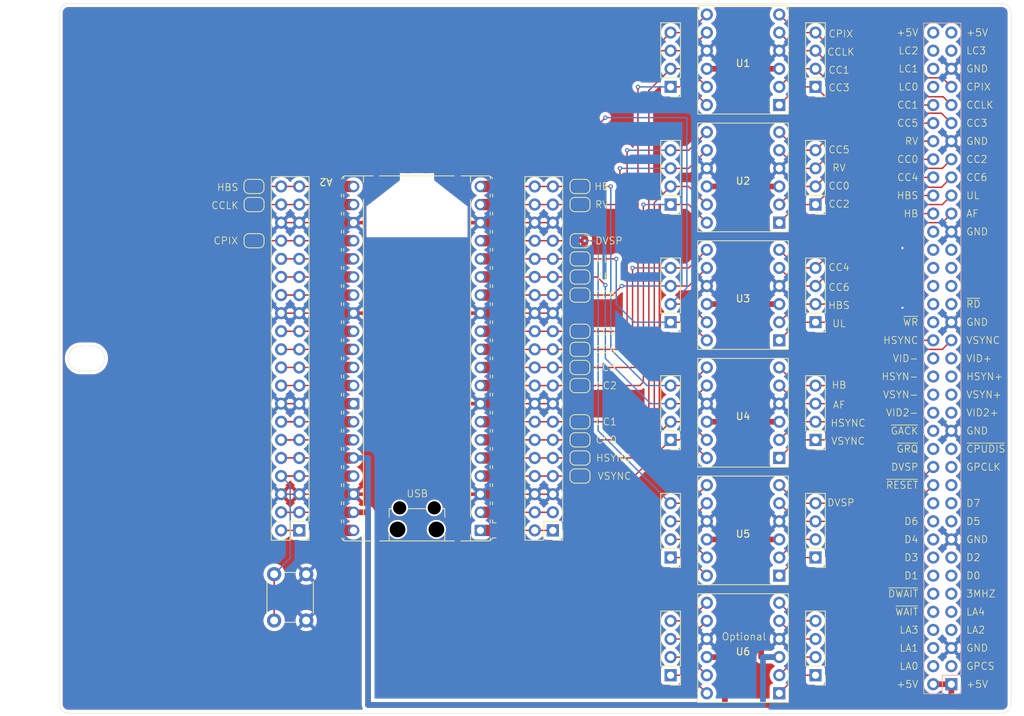
<source format=kicad_pcb>
(kicad_pcb (version 20241229) (generator "pcbnew") (generator_version "9.0")
  (layers (0 "F.Cu" signal) (2 "B.Cu" signal) (13 "F.Paste" user) (15 "B.Paste" user) (5 "F.SilkS" user "F.Silkscreen") (7 "B.SilkS" user "B.Silkscreen") (1 "F.Mask" user) (3 "B.Mask" user) (25 "Edge.Cuts" user))
  (net 0 "")
  (net 1 "GPIO18")
  (net 3 "GPIO14")
  (net 4 "GPIO17")
  (net 5 "GND")
  (net 6 "GPIO21")
  (net 7 "GPIO22")
  (net 8 "+5V")
  (net 9 "GPIO20")
  (net 10 "GPIO1")
  (net 11 "GPIO19")
  (net 12 "GPIO0")
  (net 13 "GPIO26")
  (net 14 "GPIO13")
  (net 15 "GPIO3")
  (net 16 "P_RESET")
  (net 17 "+3V3")
  (net 18 "GPIO16")
  (net 19 "GPIO15")
  (net 20 "GPIO27")
  (net 21 "GPIO28")
  (net 23 "GPIO2")
  (net 24 "unconnected-(J1-Pin_1-Pad1)")
  (net 25 "D6")
  (net 26 "GPCS")
  (net 27 "UL")
  (net 28 "LC0")
  (net 29 "~{GRQ}")
  (net 31 "D0")
  (net 32 "D5")
  (net 33 "DIF_VIDEO_2-")
  (net 34 "GPCLK")
  (net 35 "HSYNC")
  (net 38 "LA2")
  (net 40 "CC2")
  (net 41 "~{CPUDIS}")
  (net 42 "D1")
  (net 44 "~{WR}")
  (net 45 "HBS")
  (net 46 "LA3")
  (net 47 "LA0")
  (net 48 "CPIX")
  (net 49 "DIF_VIDEO-")
  (net 50 "LA1")
  (net 51 "DIF_HSYNC-")
  (net 52 "~{WAIT}")
  (net 53 "LA4")
  (net 56 "CC0")
  (net 57 "DIF_VIDEO_2+")
  (net 59 "~{RESET}")
  (net 60 "LC3")
  (net 61 "LC1")
  (net 62 "DIF_VSYNC-")
  (net 63 "D3")
  (net 64 "CCLK")
  (net 65 "~{DWAIT}")
  (net 66 "AF")
  (net 67 "CC1")
  (net 68 "D7")
  (net 69 "3MHZ")
  (net 70 "RV")
  (net 72 "DIF_HSYNC+")
  (net 74 "D4")
  (net 75 "~{GACK}")
  (net 76 "CC6")
  (net 77 "DIF_VIDEO+")
  (net 78 "LC2")
  (net 79 "~{RD}")
  (net 80 "HB")
  (net 81 "CC4")
  (net 82 "CC5")
  (net 83 "CC3")
  (net 84 "VSYNC")
  (net 85 "DIF_VSYNC+")
  (net 86 "D2")
  (net 87 "CC1_LV")
  (net 88 "CC0_LV")
  (net 89 "CC3_LV")
  (net 90 "CC2_LV")
  (net 91 "DVSP")
  (net 92 "CC5_LV")
  (net 93 "CC6_LV")
  (net 94 "CC4_LV")
  (net 95 "AF_LV")
  (net 96 "UL_LV")
  (net 97 "CCLK_LV")
  (net 98 "HBS_LV")
  (net 99 "RV_LV")
  (net 100 "CPIX_LV")
  (net 102 "unconnected-(J8-Pin_2-Pad2)")
  (net 103 "unconnected-(J9-Pin_3-Pad3)")
  (net 104 "unconnected-(J9-Pin_2-Pad2)")
  (net 105 "unconnected-(J9-Pin_1-Pad1)")
  (net 106 "unconnected-(J9-Pin_4-Pad4)")
  (net 107 "unconnected-(J11-Pin_1-Pad1)")
  (net 108 "unconnected-(J11-Pin_2-Pad2)")
  (net 109 "unconnected-(J11-Pin_4-Pad4)")
  (net 110 "unconnected-(J11-Pin_3-Pad3)")
  (net 111 "unconnected-(J13-Pin_2-Pad2)")
  (net 112 "~{RESET_LV}")
  (net 113 "VREF")
  (net 114 "RUN")
  (net 115 "unconnected-(J8-Pin_1-Pad1)")
  (net 116 "unconnected-(J13-Pin_1-Pad1)")
  (net 117 "HB_LV")
  (net 118 "DVSP_LV")
  (net 119 "GPIO7")
  (net 120 "GPIO4")
  (net 121 "GPIO11")
  (net 122 "GPIO10")
  (net 123 "GPIO8")
  (net 124 "GPIO12")
  (net 125 "GPIO9")
  (net 126 "GPIO6")
  (net 127 "GPIO5")
  (net 128 "HSYNC_LV")
  (net 129 "VSYNC_LV")
  (footprint "Jumper:SolderJumper-2_P1.3mm_Bridged_RoundedPad1.0x1.5mm" (layer "F.Cu") (at 135.905 80.01 180)
    (property "Reference" "JP15" (hide yes))
    (property "Value" "Jumper_2_Small_Bridged")
  )
  (footprint "Connector_PinHeader_2.54mm:PinHeader_1x04_P2.54mm_Vertical" (layer "F.Cu") (at 194.31 129.54 180)
    (property "Reference" "J8" (hide yes))
    (property "Value" "Conn_01x04_Pin")
  )
  (footprint "Module:RaspberryPi_Pico_Common_Unspecified" (layer "F.Cu") (at 158.75 101.6 180)
    (property "Reference" "A2")
    (property "Value" "RaspberryPi_Pico")
  )
  (footprint "Connector_PinHeader_2.54mm:PinHeader_1x04_P2.54mm_Vertical" (layer "F.Cu") (at 214.63 129.54 180)
    (property "Reference" "J13" (hide yes))
    (property "Value" "Conn_01x04_Pin")
  )
  (footprint "Jumper:SolderJumper-2_P1.3mm_Bridged_RoundedPad1.0x1.5mm" (layer "F.Cu") (at 181.61 92.71 180)
    (property "Reference" "JP9" (hide yes))
    (property "Value" "Jumper_2_Small_Bridged")
  )
  (footprint "Jumper:SolderJumper-2_P1.3mm_Bridged_RoundedPad1.0x1.5mm" (layer "F.Cu") (at 181.61 115.57 180)
    (property "Reference" "JP2" (hide yes))
    (property "Value" "Jumper_2_Small_Bridged")
  )
  (footprint "Jumper:SolderJumper-2_P1.3mm_Bridged_RoundedPad1.0x1.5mm" (layer "F.Cu") (at 181.61 113.03 180)
    (property "Reference" "JP3" (hide yes))
    (property "Value" "Jumper_2_Small_Bridged")
  )
  (footprint "Jumper:SolderJumper-2_P1.3mm_Bridged_RoundedPad1.0x1.5mm" (layer "F.Cu") (at 181.61 100.33 180)
    (property "Reference" "JP7" (hide yes))
    (property "Value" "Jumper_2_Small_Bridged")
  )
  (footprint "Connector_PinHeader_2.54mm:PinHeader_1x04_P2.54mm_Vertical" (layer "F.Cu") (at 214.63 80.01 180)
    (property "Reference" "J12" (hide yes))
    (property "Value" "Conn_01x04_Pin")
  )
  (footprint "Connector_PinHeader_2.54mm:PinHeader_1x04_P2.54mm_Vertical" (layer "F.Cu") (at 214.63 113.03 180)
    (property "Reference" "J15" (hide yes))
    (property "Value" "Conn_01x04_Pin")
  )
  (footprint "Connector_PinHeader_2.54mm:PinHeader_1x04_P2.54mm_Vertical" (layer "F.Cu") (at 194.31 146.05 180)
    (property "Reference" "J9" (hide yes))
    (property "Value" "Conn_01x04_Pin")
  )
  (footprint "Jumper:SolderJumper-2_P1.3mm_Bridged_RoundedPad1.0x1.5mm" (layer "F.Cu") (at 135.905 85.09 180)
    (property "Reference" "JP17" (hide yes))
    (property "Value" "Jumper_2_Small_Bridged")
  )
  (footprint "local:level_shifter" (layer "F.Cu") (at 204.47 76.2 180)
    (property "Reference" "U2")
    (property "Value" "~")
  )
  (footprint "Jumper:SolderJumper-2_P1.3mm_Bridged_RoundedPad1.0x1.5mm" (layer "F.Cu") (at 181.61 105.41 180)
    (property "Reference" "JP5" (hide yes))
    (property "Value" "Jumper_2_Small_Bridged")
  )
  (footprint "Connector_PinHeader_2.54mm:PinHeader_1x04_P2.54mm_Vertical" (layer "F.Cu") (at 194.31 63.5 180)
    (property "Reference" "J2" (hide yes))
    (property "Value" "Conn_01x04_Pin")
  )
  (footprint "Jumper:SolderJumper-2_P1.3mm_Bridged_RoundedPad1.0x1.5mm" (layer "F.Cu") (at 135.89 77.47 180)
    (property "Reference" "JP16" (hide yes))
    (property "Value" "Jumper_2_Small_Bridged")
  )
  (footprint "Connector_PinHeader_2.54mm:PinHeader_1x04_P2.54mm_Vertical" (layer "F.Cu") (at 214.63 96.52 180)
    (property "Reference" "J14" (hide yes))
    (property "Value" "Conn_01x04_Pin")
  )
  (footprint "Jumper:SolderJumper-2_P1.3mm_Bridged_RoundedPad1.0x1.5mm" (layer "F.Cu") (at 181.61 97.79 180)
    (property "Reference" "JP8" (hide yes))
    (property "Value" "Jumper_2_Small_Bridged")
  )
  (footprint "Button_Switch_THT:SW_PUSH_6mm" (layer "F.Cu") (at 138.72 138.378 90)
    (property "Reference" "SW1" (hide yes))
    (property "Value" "Reset")
  )
  (footprint "Connector_PinHeader_2.54mm:PinHeader_1x04_P2.54mm_Vertical" (layer "F.Cu") (at 194.31 96.52 180)
    (property "Reference" "J6" (hide yes))
    (property "Value" "Conn_01x04_Pin")
  )
  (footprint "MountingHole:MountingHole_3.5mm" (layer "F.Cu") (at 112.41 101.6)
    (property "Reference" "H1" (hide yes))
    (property "Value" "MountingHole")
  )
  (footprint "Connector_PinHeader_2.54mm:PinHeader_1x04_P2.54mm_Vertical" (layer "F.Cu") (at 214.63 146.05 180)
    (property "Reference" "J11" (hide yes))
    (property "Value" "Conn_01x04_Pin")
  )
  (footprint "Jumper:SolderJumper-2_P1.3mm_Bridged_RoundedPad1.0x1.5mm" (layer "F.Cu") (at 181.61 118.11 180)
    (property "Reference" "JP1" (hide yes))
    (property "Value" "Jumper_2_Small_Bridged")
  )
  (footprint "Jumper:SolderJumper-2_P1.3mm_Bridged_RoundedPad1.0x1.5mm" (layer "F.Cu") (at 181.61 80.01 180)
    (property "Reference" "JP13" (hide yes))
    (property "Value" "Jumper_2_Small_Bridged")
  )
  (footprint "Jumper:SolderJumper-2_P1.3mm_Bridged_RoundedPad1.0x1.5mm" (layer "F.Cu") (at 181.625 87.63 180)
    (property "Reference" "JP11" (hide yes))
    (property "Value" "Jumper_2_Small_Bridged")
  )
  (footprint "Connector_PinHeader_2.54mm:PinHeader_1x04_P2.54mm_Vertical" (layer "F.Cu") (at 194.31 113.03 180)
    (property "Reference" "J7" (hide yes))
    (property "Value" "Conn_01x04_Pin")
  )
  (footprint "Connector_PinHeader_2.54mm:PinHeader_2x20_P2.54mm_Vertical" (layer "F.Cu") (at 177.8 125.73 180)
    (property "Reference" "J5" (hide yes))
    (property "Value" "Conn_02x20_Odd_Even")
  )
  (footprint "Jumper:SolderJumper-2_P1.3mm_Bridged_RoundedPad1.0x1.5mm" (layer "F.Cu") (at 181.61 110.49 180)
    (property "Reference" "JP4" (hide yes))
    (property "Value" "Jumper_2_Small_Bridged")
  )
  (footprint "Jumper:SolderJumper-2_P1.3mm_Bridged_RoundedPad1.0x1.5mm" (layer "F.Cu") (at 181.595 102.87 180)
    (property "Reference" "JP6" (hide yes))
    (property "Value" "Jumper_2_Small_Bridged")
  )
  (footprint "Jumper:SolderJumper-2_P1.3mm_Bridged_RoundedPad1.0x1.5mm" (layer "F.Cu") (at 181.61 77.47 180)
    (property "Reference" "JP14" (hide yes))
    (property "Value" "Jumper_2_Small_Bridged")
  )
  (footprint "local:level_shifter" (layer "F.Cu") (at 204.47 125.73 180)
    (property "Reference" "U5")
    (property "Value" "~")
  )
  (footprint "Jumper:SolderJumper-2_P1.3mm_Bridged_RoundedPad1.0x1.5mm" (layer "F.Cu") (at 181.625 85.09 180)
    (property "Reference" "JP12" (hide yes))
    (property "Value" "Jumper_2_Small_Bridged")
  )
  (footprint "Jumper:SolderJumper-2_P1.3mm_Bridged_RoundedPad1.0x1.5mm" (layer "F.Cu") (at 181.625 90.17 180)
    (property "Reference" "JP10" (hide yes))
    (property "Value" "Jumper_2_Small_Bridged")
  )
  (footprint "local:level_shifter" (layer "F.Cu") (at 204.47 92.71 180)
    (property "Reference" "U3")
    (property "Value" "~")
  )
  (footprint "Connector_PinHeader_2.54mm:PinHeader_2x20_P2.54mm_Vertical" (layer "F.Cu") (at 142.24 125.73 180)
    (property "Reference" "J1" (hide yes))
    (property "Value" "Conn_02x20_Odd_Even")
  )
  (footprint "local:level_shifter" (layer "F.Cu") (at 204.47 142.24 180)
    (property "Reference" "U6")
    (property "Value" "~")
  )
  (footprint "local:level_shifter" (layer "F.Cu") (at 204.47 109.22 180)
    (property "Reference" "U4")
    (property "Value" "~")
  )
  (footprint "Connector_PinHeader_2.54mm:PinHeader_1x04_P2.54mm_Vertical" (layer "F.Cu") (at 194.31 80.01 180)
    (property "Reference" "J4" (hide yes))
    (property "Value" "Conn_01x04_Pin")
  )
  (footprint "Connector_PinHeader_2.54mm:PinHeader_1x04_P2.54mm_Vertical" (layer "F.Cu") (at 214.63 63.5 180)
    (property "Reference" "J10" (hide yes))
    (property "Value" "Conn_01x04_Pin")
  )
  (footprint "local:level_shifter" (layer "F.Cu") (at 204.47 59.69 180)
    (property "Reference" "U1")
    (property "Value" "~")
  )
  (footprint "Connector_PinSocket_2.54mm:PinSocket_2x37_P2.54mm_Vertical" (layer "B.Cu") (at 233.68 147.32)
    (property "Reference" "J3" (hide yes))
    (property "Value" "Video")
  )
  (gr_line (start 148.59 100.33) (end 149.86 100.33) (stroke (width 0.2)) (layer "F.Cu") (net 114))
  (gr_line (start 139.7 100.33) (end 148.59 100.33) (stroke (width 0.2)) (layer "F.Cu") (net 114))
  (gr_line (start 240.792 51.816) (end 109.855 51.816) (stroke (width 0.05)) (layer "Edge.Cuts"))
  (gr_line (start 240.792 151.384) (end 109.855 151.384) (stroke (width 0.05)) (layer "Edge.Cuts"))
  (gr_line (start 242.062 53.086) (end 242.062 150.114) (stroke (width 0.05)) (layer "Edge.Cuts"))
  (gr_arc (start 108.585 53.086) (mid 108.956974 52.187974) (end 109.855 51.816) (stroke (width 0.05)) (layer "Edge.Cuts"))
  (gr_arc (start 240.792 51.816) (mid 241.690026 52.187974) (end 242.062 53.086) (stroke (width 0.05)) (layer "Edge.Cuts"))
  (gr_arc (start 113.185 99.85) (mid 114.935 101.6) (end 113.185 103.35) (stroke (width 0.05)) (layer "Edge.Cuts"))
  (gr_line (start 108.585 150.114) (end 108.585 53.086) (stroke (width 0.05)) (layer "Edge.Cuts"))
  (gr_line (start 111.605 99.85) (end 113.185 99.85) (stroke (width 0.05)) (layer "Edge.Cuts"))
  (gr_line (start 111.605 103.35) (end 113.185 103.35) (stroke (width 0.05)) (layer "Edge.Cuts"))
  (gr_arc (start 111.605 103.35) (mid 109.855 101.6) (end 111.605 99.85) (stroke (width 0.05)) (layer "Edge.Cuts"))
  (gr_arc (start 109.855 151.384) (mid 108.956974 151.012026) (end 108.585 150.114) (stroke (width 0.05)) (layer "Edge.Cuts"))
  (gr_arc (start 242.062 150.114) (mid 241.690026 151.012026) (end 240.792 151.384) (stroke (width 0.05)) (layer "Edge.Cuts"))
  (gr_text "VSYNC" (at 186.436 118.11 0) (layer "F.SilkS") (effects (font (size 1 1) (thickness 0.1))))
  (gr_text "D7" (at 235.712 121.92 0) (layer "F.SilkS") (effects (font (size 1 1) (thickness 0.1)) (justify left)))
  (gr_text "+5V" (at 229.108 147.32 0) (layer "F.SilkS") (effects (font (size 1 1) (thickness 0.1)) (justify right)))
  (gr_text "HSYN+" (at 235.712 104.14 0) (layer "F.SilkS") (effects (font (size 1 1) (thickness 0.1)) (justify left)))
  (gr_text "HBS" (at 132.207 77.597 0) (layer "F.SilkS") (effects (font (size 1 1) (thickness 0.1))))
  (gr_text "CC5" (at 229.108 68.58 0) (layer "F.SilkS") (effects (font (size 1 1) (thickness 0.1)) (justify right)))
  (gr_text "CC1" (at 229.108 66.04 0) (layer "F.SilkS") (effects (font (size 1 1) (thickness 0.1)) (justify right)))
  (gr_text "D0" (at 235.712 132.08 0) (layer "F.SilkS") (effects (font (size 1 1) (thickness 0.1)) (justify left)))
  (gr_text "D4" (at 229.108 127 0) (layer "F.SilkS") (effects (font (size 1 1) (thickness 0.1)) (justify right)))
  (gr_text "CC1" (at 217.932 61.722 0) (layer "F.SilkS") (effects (font (size 1 1) (thickness 0.1)) (justify bottom)))
  (gr_text "GND" (at 235.712 142.24 0) (layer "F.SilkS") (effects (font (size 1 1) (thickness 0.1)) (justify left)))
  (gr_text "CPIX" (at 131.953 85.09 0) (layer "F.SilkS") (effects (font (size 1 1) (thickness 0.1))))
  (gr_text "RV" (at 217.932 75.438 0) (layer "F.SilkS") (effects (font (size 1 1) (thickness 0.1)) (justify bottom)))
  (gr_text "CC6\n" (at 217.932 92.202 0) (layer "F.SilkS") (effects (font (size 1 1) (thickness 0.1)) (justify bottom)))
  (gr_text "GND" (at 235.712 71.12 0) (layer "F.SilkS") (effects (font (size 1 1) (thickness 0.1)) (justify left)))
  (gr_text "D6" (at 229.108 124.46 0) (layer "F.SilkS") (effects (font (size 1 1) (thickness 0.1)) (justify right)))
  (gr_text "UL" (at 217.932 97.282 0) (layer "F.SilkS") (effects (font (size 1 1) (thickness 0.1)) (justify bottom)))
  (gr_text "AF" (at 235.712 81.28 0) (layer "F.SilkS") (effects (font (size 1 1) (thickness 0.1)) (justify left)))
  (gr_text "CC1" (at 185.293 110.49 0) (layer "F.SilkS") (effects (font (size 1 1) (thickness 0.1))))
  (gr_text "HSYN-" (at 229.108 104.14 0) (layer "F.SilkS") (effects (font (size 1 1) (thickness 0.1)) (justify right)))
  (gr_text "~{DWAIT}" (at 229.108 134.62 0) (layer "F.SilkS") (effects (font (size 1 1) (thickness 0.1)) (justify right)))
  (gr_text "HSYNC" (at 186.309 115.57 0) (layer "F.SilkS") (effects (font (size 1 1) (thickness 0.1))))
  (gr_text "GND" (at 235.712 60.96 0) (layer "F.SilkS") (effects (font (size 1 1) (thickness 0.1)) (justify left)))
  (gr_text "+5V" (at 235.712 147.32 0) (layer "F.SilkS") (effects (font (size 1 1) (thickness 0.1)) (justify left)))
  (gr_text "RV" (at 229.108 71.12 0) (layer "F.SilkS") (effects (font (size 1 1) (thickness 0.1)) (justify right)))
  (gr_text "CC3" (at 185.166 102.87 0) (layer "F.SilkS") (effects (font (size 1 1) (thickness 0.1))))
  (gr_text "UL" (at 235.712 78.74 0) (layer "F.SilkS") (effects (font (size 1 1) (thickness 0.1)) (justify left)))
  (gr_text "GND" (at 235.712 96.52 0) (layer "F.SilkS") (effects (font (size 1 1) (thickness 0.1)) (justify left)))
  (gr_text "CC2" (at 217.932 80.518 0) (layer "F.SilkS") (effects (font (size 1 1) (thickness 0.1)) (justify bottom)))
  (gr_text "CC6" (at 235.712 76.2 0) (layer "F.SilkS") (effects (font (size 1 1) (thickness 0.1)) (justify left)))
  (gr_text "USB" (at 157.226 121.158 0) (layer "F.SilkS") (effects (font (size 1 1) (thickness 0.1)) (justify left bottom)))
  (gr_text "CC2" (at 235.712 73.66 0) (layer "F.SilkS") (effects (font (size 1 1) (thickness 0.1)) (justify left)))
  (gr_text "HSYNC" (at 229.108 99.06 0) (layer "F.SilkS") (effects (font (size 1 1) (thickness 0.1)) (justify right)))
  (gr_text "HB" (at 217.932 105.918 0) (layer "F.SilkS") (effects (font (size 1 1) (thickness 0.1)) (justify bottom)))
  (gr_text "LC2" (at 229.108 58.42 0) (layer "F.SilkS") (effects (font (size 1 1) (thickness 0.1)) (justify right)))
  (gr_text "CC0" (at 217.932 77.978 0) (layer "F.SilkS") (effects (font (size 1 1) (thickness 0.1)) (justify bottom)))
  (gr_text "VSYNC" (at 235.712 99.06 0) (layer "F.SilkS") (effects (font (size 1 1) (thickness 0.1)) (justify left)))
  (gr_text "CC4" (at 185.166 100.33 0) (layer "F.SilkS") (effects (font (size 1 1) (thickness 0.1))))
  (gr_text "~{RD}" (at 235.712 93.98 0) (layer "F.SilkS") (effects (font (size 1 1) (thickness 0.1)) (justify left)))
  (gr_text "GND" (at 235.712 83.82 0) (layer "F.SilkS") (effects (font (size 1 1) (thickness 0.1)) (justify left)))
  (gr_text "~{WAIT}" (at 229.108 137.16 0) (layer "F.SilkS") (effects (font (size 1 1) (thickness 0.1)) (justify right)))
  (gr_text "HB" (at 229.108 81.28 0) (layer "F.SilkS") (effects (font (size 1 1) (thickness 0.1)) (justify right)))
  (gr_text "VSYNC" (at 219.202 113.792 0) (layer "F.SilkS") (effects (font (size 1 1) (thickness 0.1)) (justify bottom)))
  (gr_text "LA2" (at 235.712 139.7 0) (layer "F.SilkS") (effects (font (size 1 1) (thickness 0.1)) (justify left)))
  (gr_text "D5" (at 235.712 124.46 0) (layer "F.SilkS") (effects (font (size 1 1) (thickness 0.1)) (justify left)))
  (gr_text "LA0" (at 229.108 144.78 0) (layer "F.SilkS") (effects (font (size 1 1) (thickness 0.1)) (justify right)))
  (gr_text "DVSP" (at 218.186 122.428 0) (layer "F.SilkS") (effects (font (size 1 1) (thickness 0.1)) (justify bottom)))
  (gr_text "D3" (at 229.108 129.54 0) (layer "F.SilkS") (effects (font (size 1 1) (thickness 0.1)) (justify right)))
  (gr_text "LA1" (at 229.108 142.24 0) (layer "F.SilkS") (effects (font (size 1 1) (thickness 0.1)) (justify right)))
  (gr_text "+5V" (at 229.108 55.88 0) (layer "F.SilkS") (effects (font (size 1 1) (thickness 0.1)) (justify right)))
  (gr_text "VID2+" (at 235.712 109.22 0) (layer "F.SilkS") (effects (font (size 1 1) (thickness 0.1)) (justify left)))
  (gr_text "CPIX" (at 235.712 63.5 0) (layer "F.SilkS") (effects (font (size 1 1) (thickness 0.1)) (justify left)))
  (gr_text "GPCLK" (at 235.712 116.84 0) (layer "F.SilkS") (effects (font (size 1 1) (thickness 0.1)) (justify left)))
  (gr_text "~{WR}" (at 229.108 96.52 0) (layer "F.SilkS") (effects (font (size 1 1) (thickness 0.1)) (justify right)))
  (gr_text "VID-" (at 229.108 101.6 0) (layer "F.SilkS") (effects (font (size 1 1) (thickness 0.1)) (justify right)))
  (gr_text "AF" (at 184.912 90.17 0) (layer "F.SilkS") (effects (font (size 1 1) (thickness 0.1))))
  (gr_text "CPIX" (at 218.186 56.642 0) (layer "F.SilkS") (effects (font (size 1 1) (thickness 0.1)) (justify bottom)))
  (gr_text "DVSP" (at 185.674 85.09 0) (layer "F.SilkS") (effects (font (size 1 1) (thickness 0.1))))
  (gr_text "3MHZ" (at 235.712 134.62 0) (layer "F.SilkS") (effects (font (size 1 1) (thickness 0.1)) (justify left)))
  (gr_text "VSYN-" (at 229.108 106.68 0) (layer "F.SilkS") (effects (font (size 1 1) (thickness 0.1)) (justify right)))
  (gr_text "~{GACK}" (at 229.108 111.76 0) (layer "F.SilkS") (effects (font (size 1 1) (thickness 0.1)) (justify right)))
  (gr_text "UL" (at 184.785 87.63 0) (layer "F.SilkS") (effects (font (size 1 1) (thickness 0.1))))
  (gr_text "D1" (at 229.108 132.08 0) (layer "F.SilkS") (effects (font (size 1 1) (thickness 0.1)) (justify right)))
  (gr_text "HB" (at 184.658 77.47 0) (layer "F.SilkS") (effects (font (size 1 1) (thickness 0.1))))
  (gr_text "CC4" (at 217.932 89.408 0) (layer "F.SilkS") (effects (font (size 1 1) (thickness 0.1)) (justify bottom)))
  (gr_text "~{GRQ}" (at 229.108 114.3 0) (layer "F.SilkS") (effects (font (size 1 1) (thickness 0.1)) (justify right)))
  (gr_text "GPCS" (at 235.712 144.78 0) (layer "F.SilkS") (effects (font (size 1 1) (thickness 0.1)) (justify left)))
  (gr_text "LC3" (at 235.712 58.42 0) (layer "F.SilkS") (effects (font (size 1 1) (thickness 0.1)) (justify left)))
  (gr_text "~{CPUDIS}" (at 235.712 114.3 0) (layer "F.SilkS") (effects (font (size 1 1) (thickness 0.1)) (justify left)))
  (gr_text "HBS" (at 217.932 94.742 0) (layer "F.SilkS") (effects (font (size 1 1) (thickness 0.1)) (justify bottom)))
  (gr_text "LC0" (at 229.108 63.5 0) (layer "F.SilkS") (effects (font (size 1 1) (thickness 0.1)) (justify right)))
  (gr_text "~{RESET}" (at 229.108 119.38 0) (layer "F.SilkS") (effects (font (size 1 1) (thickness 0.1)) (justify right)))
  (gr_text "HSYNC" (at 219.202 111.252 0) (layer "F.SilkS") (effects (font (size 1 1) (thickness 0.1)) (justify bottom)))
  (gr_text "+5V" (at 235.712 55.88 0) (layer "F.SilkS") (effects (font (size 1 1) (thickness 0.1)) (justify left)))
  (gr_text "GND" (at 235.712 111.76 0) (layer "F.SilkS") (effects (font (size 1 1) (thickness 0.1)) (justify left)))
  (gr_text "HBS" (at 229.108 78.74 0) (layer "F.SilkS") (effects (font (size 1 1) (thickness 0.1)) (justify right)))
  (gr_text "Optional" (at 201.422 141.224 0) (layer "F.SilkS") (effects (font (size 1 1) (thickness 0.1)) (justify left bottom)))
  (gr_text "GND" (at 235.712 127 0) (layer "F.SilkS") (effects (font (size 1 1) (thickness 0.1)) (justify left)))
  (gr_text "LC1" (at 229.108 60.96 0) (layer "F.SilkS") (effects (font (size 1 1) (thickness 0.1)) (justify right)))
  (gr_text "CCLK" (at 131.826 80.137 0) (layer "F.SilkS") (effects (font (size 1 1) (thickness 0.1))))
  (gr_text "CC6\n" (at 185.166 92.71 0) (layer "F.SilkS") (effects (font (size 1 1) (thickness 0.1))))
  (gr_text "VID+" (at 235.712 101.6 0) (layer "F.SilkS") (effects (font (size 1 1) (thickness 0.1)) (justify left)))
  (gr_text "VID2-" (at 229.108 109.22 0) (layer "F.SilkS") (effects (font (size 1 1) (thickness 0.1)) (justify right)))
  (gr_text "CC5" (at 217.932 72.898 0) (layer "F.SilkS") (effects (font (size 1 1) (thickness 0.1)) (justify bottom)))
  (gr_text "CC0" (at 229.108 73.66 0) (layer "F.SilkS") (effects (font (size 1 1) (thickness 0.1)) (justify right)))
  (gr_text "CCLK" (at 235.712 66.04 0) (layer "F.SilkS") (effects (font (size 1 1) (thickness 0.1)) (justify left)))
  (gr_text "AF" (at 217.932 108.712 0) (layer "F.SilkS") (effects (font (size 1 1) (thickness 0.1)) (justify bottom)))
  (gr_text "LA4" (at 235.712 137.16 0) (layer "F.SilkS") (effects (font (size 1 1) (thickness 0.1)) (justify left)))
  (gr_text "CC5" (at 185.166 97.79 0) (layer "F.SilkS") (effects (font (size 1 1) (thickness 0.1))))
  (gr_text "D2" (at 235.712 129.54 0) (layer "F.SilkS") (effects (font (size 1 1) (thickness 0.1)) (justify left)))
  (gr_text "LA3" (at 229.108 139.7 0) (layer "F.SilkS") (effects (font (size 1 1) (thickness 0.1)) (justify right)))
  (gr_text "CC2" (at 185.293 105.41 0) (layer "F.SilkS") (effects (font (size 1 1) (thickness 0.1))))
  (gr_text "CC3" (at 235.712 68.58 0) (layer "F.SilkS") (effects (font (size 1 1) (thickness 0.1)) (justify left)))
  (gr_text "RV" (at 184.658 80.01 0) (layer "F.SilkS") (effects (font (size 1 1) (thickness 0.1))))
  (gr_text "CC4" (at 229.108 76.2 0) (layer "F.SilkS") (effects (font (size 1 1) (thickness 0.1)) (justify right)))
  (gr_text "VSYN+" (at 235.712 106.68 0) (layer "F.SilkS") (effects (font (size 1 1) (thickness 0.1)) (justify left)))
  (gr_text "CC0" (at 185.293 113.03 0) (layer "F.SilkS") (effects (font (size 1 1) (thickness 0.1))))
  (gr_text "CC3" (at 217.932 64.19 0) (layer "F.SilkS") (effects (font (size 1 1) (thickness 0.1)) (justify bottom)))
  (gr_text "CCLK" (at 218.186 59.182 0) (layer "F.SilkS") (effects (font (size 1 1) (thickness 0.1)) (justify bottom)))
  (gr_text "DVSP" (at 229.108 116.84 0) (layer "F.SilkS") (effects (font (size 1 1) (thickness 0.1)) (justify right)))
  (segment (start 136.555 85.09) (end 139.7 85.09) (width 0.2) (layer "F.Cu") (net 1))
  (segment (start 139.7 85.09) (end 149.06 85.09) (width 0.2) (layer "F.Cu") (net 1))
  (segment (start 167.64 80.01) (end 177.8 80.01) (width 0.2) (layer "F.Cu") (net 3))
  (segment (start 180.975 80.01) (end 177.8 80.01) (width 0.2) (layer "F.Cu") (net 3))
  (segment (start 139.7 80.01) (end 149.06 80.01) (width 0.2) (layer "F.Cu") (net 4))
  (segment (start 136.555 80.01) (end 139.7 80.01) (width 0.2) (layer "F.Cu") (net 4))
  (segment (start 139.7 120.65) (end 149.06 120.65) (width 0.2) (layer "F.Cu") (net 5))
  (segment (start 167.64 82.55) (end 177.8 82.55) (width 0.2) (layer "F.Cu") (net 5))
  (segment (start 167.64 120.65) (end 177.8 120.65) (width 0.2) (layer "F.Cu") (net 5))
  (segment (start 139.7 107.95) (end 142.24 107.95) (width 0.2) (layer "F.Cu") (net 5))
  (segment (start 139.7 95.25) (end 149.06 95.25) (width 0.2) (layer "F.Cu") (net 5))
  (segment (start 168.44 107.95) (end 177.8 107.95) (width 0.2) (layer "F.Cu") (net 5))
  (segment (start 167.64 95.25) (end 177.8 95.25) (width 0.2) (layer "F.Cu") (net 5))
  (segment (start 139.7 82.55) (end 149.06 82.55) (width 0.2) (layer "F.Cu") (net 5))
  (via (at 226.822 94.488) (size 0.6) (drill 0.3) (layers "F.Cu" "B.Cu") (net 5))
  (via (at 226.822 86.106) (size 0.6) (drill 0.3) (layers "F.Cu" "B.Cu") (net 5))
  (segment (start 139.7 92.71) (end 149.06 92.71) (width 0.2) (layer "F.Cu") (net 6))
  (segment (start 139.7 97.79) (end 149.06 97.79) (width 0.2) (layer "F.Cu") (net 7))
  (segment (start 199.39 110.49) (end 201.93 110.49) (width 0.8) (layer "F.Cu") (net 8))
  (segment (start 199.39 77.47) (end 201.93 77.47) (width 0.8) (layer "F.Cu") (net 8))
  (segment (start 139.7 123.19) (end 149.86 123.19) (width 0.2) (layer "F.Cu") (net 8))
  (segment (start 201.93 60.96) (end 201.93 77.47) (width 0.8) (layer "F.Cu") (net 8))
  (segment (start 139.7 123.19) (end 142.24 123.19) (width 0.2) (layer "F.Cu") (net 8))
  (segment (start 201.93 150.229) (end 233.68 150.229) (width 0.8) (layer "F.Cu") (net 8))
  (segment (start 201.93 93.98) (end 201.93 110.49) (width 0.8) (layer "F.Cu") (net 8))
  (segment (start 201.93 150.229) (end 151.892 150.229) (width 0.8) (layer "F.Cu") (net 8))
  (segment (start 233.68 147.32) (end 231.14 147.32) (width 0.8) (layer "F.Cu") (net 8))
  (segment (start 201.93 143.51) (end 199.39 143.51) (width 0.8) (layer "F.Cu") (net 8))
  (segment (start 201.93 143.51) (end 201.93 150.229) (width 0.8) (layer "F.Cu") (net 8))
  (segment (start 151.892 150.229) (end 151.892 123.19) (width 0.8) (layer "F.Cu") (net 8))
  (segment (start 199.39 60.96) (end 201.93 60.96) (width 0.8) (layer "F.Cu") (net 8))
  (segment (start 199.39 127) (end 201.93 127) (width 0.8) (layer "F.Cu") (net 8))
  (segment (start 199.39 93.98) (end 201.93 93.98) (width 0.8) (layer "F.Cu") (net 8))
  (segment (start 201.93 127) (end 201.93 143.51) (width 0.8) (layer "F.Cu") (net 8))
  (segment (start 233.68 150.229) (end 233.68 147.32) (width 0.8) (layer "F.Cu") (net 8))
  (segment (start 151.892 123.19) (end 149.86 123.19) (width 0.8) (layer "F.Cu") (net 8))
  (segment (start 201.93 110.49) (end 201.93 127) (width 0.8) (layer "F.Cu") (net 8))
  (segment (start 201.93 77.47) (end 201.93 93.98) (width 0.8) (layer "F.Cu") (net 8))
  (segment (start 139.7 90.17) (end 149.06 90.17) (width 0.2) (layer "F.Cu") (net 9))
  (segment (start 167.64 123.19) (end 177.8 123.19) (width 0.2) (layer "F.Cu") (net 10))
  (segment (start 139.7 87.63) (end 149.06 87.63) (width 0.2) (layer "F.Cu") (net 11))
  (segment (start 167.64 125.73) (end 177.8 125.73) (width 0.2) (layer "F.Cu") (net 12))
  (segment (start 139.7 102.87) (end 149.06 102.87) (width 0.2) (layer "F.Cu") (net 13))
  (segment (start 180.975 85.09) (end 177.8 85.09) (width 0.2) (layer "F.Cu") (net 14))
  (segment (start 167.64 85.09) (end 177.8 85.09) (width 0.2) (layer "F.Cu") (net 14))
  (segment (start 180.96 115.57) (end 177.8 115.57) (width 0.2) (layer "F.Cu") (net 15))
  (segment (start 167.64 115.57) (end 177.8 115.57) (width 0.2) (layer "F.Cu") (net 15))
  (segment (start 139.7 118.11) (end 142.24 118.11) (width 0.2) (layer "F.Cu") (net 16))
  (segment (start 149.06 118.11) (end 139.7 118.11) (width 0.2) (layer "F.Cu") (net 16))
  (segment (start 138.72 138.378) (end 138.72 131.878) (width 0.2) (layer "F.Cu") (net 16))
  (segment (start 140.97 119.38) (end 139.7 118.11) (width 0.2) (layer "B.Cu") (net 16))
  (segment (start 140.97 129.628) (end 140.97 119.38) (width 0.2) (layer "B.Cu") (net 16))
  (segment (start 138.72 131.878) (end 140.97 129.628) (width 0.2) (layer "B.Cu") (net 16))
  (segment (start 209.55 60.96) (end 207.01 60.96) (width 0.8) (layer "F.Cu") (net 17))
  (segment (start 139.7 115.57) (end 142.24 115.57) (width 0.2) (layer "F.Cu") (net 17))
  (segment (start 209.55 93.98) (end 207.01 93.98) (width 0.8) (layer "F.Cu") (net 17))
  (segment (start 207.01 60.96) (end 207.01 77.47) (width 0.8) (layer "F.Cu") (net 17))
  (segment (start 207.01 127) (end 207.01 143.51) (width 0.8) (layer "F.Cu") (net 17))
  (segment (start 207.01 110.49) (end 207.01 127) (width 0.8) (layer "F.Cu") (net 17))
  (segment (start 207.01 77.47) (end 207.01 93.98) (width 0.8) (layer "F.Cu") (net 17))
  (segment (start 207.01 93.98) (end 207.01 110.49) (width 0.8) (layer "F.Cu") (net 17))
  (segment (start 207.01 143.51) (end 209.55 143.51) (width 0.8) (layer "F.Cu") (net 17))
  (segment (start 209.55 77.47) (end 207.01 77.47) (width 0.8) (layer "F.Cu") (net 17))
  (segment (start 207.01 127) (end 209.55 127) (width 0.8) (layer "F.Cu") (net 17))
  (segment (start 209.55 110.49) (end 207.01 110.49) (width 0.8) (layer "F.Cu") (net 17))
  (segment (start 149.06 115.57) (end 139.7 115.57) (width 0.2) (layer "F.Cu") (net 17))
  (segment (start 207.264 143.51) (end 207.264 150.229) (width 0.8) (layer "B.Cu") (net 17))
  (segment (start 151.892 115.57) (end 149.86 115.57) (width 0.8) (layer "B.Cu") (net 17))
  (segment (start 151.892 150.229) (end 151.892 115.57) (width 0.8) (layer "B.Cu") (net 17))
  (segment (start 207.264 150.229) (end 151.892 150.229) (width 0.8) (layer "B.Cu") (net 17))
  (segment (start 209.55 143.51) (end 207.264 143.51) (width 0.8) (layer "B.Cu") (net 17))
  (segment (start 136.54 77.47) (end 139.7 77.47) (width 0.2) (layer "F.Cu") (net 18))
  (segment (start 139.7 77.47) (end 149.06 77.47) (width 0.2) (layer "F.Cu") (net 18))
  (segment (start 167.64 77.47) (end 177.8 77.47) (width 0.2) (layer "F.Cu") (net 19))
  (segment (start 180.96 77.47) (end 177.8 77.47) (width 0.2) (layer "F.Cu") (net 19))
  (segment (start 139.7 105.41) (end 149.06 105.41) (width 0.2) (layer "F.Cu") (net 20))
  (segment (start 139.7 110.49) (end 149.06 110.49) (width 0.2) (layer "F.Cu") (net 21))
  (segment (start 139.7 110.49) (end 142.24 110.49) (width 0.2) (layer "F.Cu") (net 21))
  (segment (start 167.64 118.11) (end 177.8 118.11) (width 0.2) (layer "F.Cu") (net 23))
  (segment (start 180.96 118.11) (end 177.8 118.11) (width 0.2) (layer "F.Cu") (net 23))
  (segment (start 139.7 125.73) (end 142.24 125.73) (width 0.2) (layer "F.Cu") (net 24))
  (segment (start 220.98 82.55) (end 220.98 92.71) (width 0.2) (layer "F.Cu") (net 27))
  (segment (start 233.68 78.74) (end 232.41 80.01) (width 0.2) (layer "F.Cu") (net 27))
  (segment (start 212.09 96.52) (end 209.55 99.06) (width 0.2) (layer "F.Cu") (net 27))
  (segment (start 232.41 80.01) (end 223.52 80.01) (width 0.2) (layer "F.Cu") (net 27))
  (segment (start 223.52 80.01) (end 220.98 82.55) (width 0.2) (layer "F.Cu") (net 27))
  (segment (start 217.17 96.52) (end 214.63 96.52) (width 0.2) (layer "F.Cu") (net 27))
  (segment (start 220.98 92.71) (end 217.17 96.52) (width 0.2) (layer "F.Cu") (net 27))
  (segment (start 214.63 96.52) (end 212.09 96.52) (width 0.2) (layer "F.Cu") (net 27))
  (segment (start 231.14 99.06) (end 228.6 99.06) (width 0.2) (layer "F.Cu") (net 35))
  (segment (start 217.17 110.49) (end 214.63 110.49) (width 0.2) (layer "F.Cu") (net 35))
  (segment (start 228.6 99.06) (end 217.17 110.49) (width 0.2) (layer "F.Cu") (net 35))
  (segment (start 214.63 110.49) (end 212.09 110.49) (width 0.2) (layer "F.Cu") (net 35))
  (segment (start 212.09 110.49) (end 209.55 113.03) (width 0.2) (layer "F.Cu") (net 35))
  (segment (start 233.68 73.66) (end 232.41 74.93) (width 0.2) (layer "F.Cu") (net 40))
  (segment (start 219.71 74.93) (end 214.63 80.01) (width 0.2) (layer "F.Cu") (net 40))
  (segment (start 232.41 74.93) (end 219.71 74.93) (width 0.2) (layer "F.Cu") (net 40))
  (segment (start 212.09 80.01) (end 209.55 82.55) (width 0.2) (layer "F.Cu") (net 40))
  (segment (start 214.63 80.01) (end 212.09 80.01) (width 0.2) (layer "F.Cu") (net 40))
  (segment (start 215.9 93.98) (end 214.63 93.98) (width 0.2) (layer "F.Cu") (net 45))
  (segment (start 222.25 78.74) (end 219.71 81.28) (width 0.2) (layer "F.Cu") (net 45))
  (segment (start 219.71 90.17) (end 215.9 93.98) (width 0.2) (layer "F.Cu") (net 45))
  (segment (start 231.14 78.74) (end 222.25 78.74) (width 0.2) (layer "F.Cu") (net 45))
  (segment (start 219.71 81.28) (end 219.71 90.17) (width 0.2) (layer "F.Cu") (net 45))
  (segment (start 212.09 93.98) (end 209.55 96.52) (width 0.2) (layer "F.Cu") (net 45))
  (segment (start 214.63 93.98) (end 212.09 93.98) (width 0.2) (layer "F.Cu") (net 45))
  (segment (start 209.55 53.34) (end 212.09 55.88) (width 0.2) (layer "F.Cu") (net 48))
  (segment (start 232.41 62.23) (end 233.68 63.5) (width 0.2) (layer "F.Cu") (net 48))
  (segment (start 214.63 55.88) (end 220.98 62.23) (width 0.2) (layer "F.Cu") (net 48))
  (segment (start 220.98 62.23) (end 232.41 62.23) (width 0.2) (layer "F.Cu") (net 48))
  (segment (start 212.09 55.88) (end 214.63 55.88) (width 0.2) (layer "F.Cu") (net 48))
  (segment (start 218.44 73.66) (end 214.63 77.47) (width 0.2) (layer "F.Cu") (net 56))
  (segment (start 231.14 73.66) (end 218.44 73.66) (width 0.2) (layer "F.Cu") (net 56))
  (segment (start 214.63 77.47) (end 212.09 77.47) (width 0.2) (layer "F.Cu") (net 56))
  (segment (start 212.09 77.47) (end 209.55 80.01) (width 0.2) (layer "F.Cu") (net 56))
  (segment (start 209.55 121.92) (end 212.09 124.46) (width 0.2) (layer "F.Cu") (net 59))
  (segment (start 212.09 124.46) (end 214.63 124.46) (width 0.2) (layer "F.Cu") (net 59))
  (segment (start 226.06 124.46) (end 214.63 124.46) (width 0.2) (layer "F.Cu") (net 59))
  (segment (start 231.14 119.38) (end 226.06 124.46) (width 0.2) (layer "F.Cu") (net 59))
  (segment (start 232.529 64.889) (end 233.68 66.04) (width 0.2) (layer "F.Cu") (net 64))
  (segment (start 221.099 64.889) (end 232.529 64.889) (width 0.2) (layer "F.Cu") (net 64))
  (segment (start 212.09 58.42) (end 214.63 58.42) (width 0.2) (layer "F.Cu") (net 64))
  (segment (start 214.63 58.42) (end 221.099 64.889) (width 0.2) (layer "F.Cu") (net 64))
  (segment (start 209.55 55.88) (end 212.09 58.42) (width 0.2) (layer "F.Cu") (net 64))
  (segment (start 224.155 84.455) (end 224.155 100.965) (width 0.2) (layer "F.Cu") (net 66))
  (segment (start 226.06 82.55) (end 224.155 84.455) (width 0.2) (layer "F.Cu") (net 66))
  (segment (start 217.17 107.95) (end 214.63 107.95) (width 0.2) (layer "F.Cu") (net 66))
  (segment (start 232.41 82.55) (end 226.06 82.55) (width 0.2) (layer "F.Cu") (net 66))
  (segment (start 233.68 81.28) (end 232.41 82.55) (width 0.2) (layer "F.Cu") (net 66))
  (segment (start 209.55 105.41) (end 212.09 107.95) (width 0.2) (layer "F.Cu") (net 66))
  (segment (start 212.09 107.95) (end 214.63 107.95) (width 0.2) (layer "F.Cu") (net 66))
  (segment (start 224.155 100.965) (end 217.17 107.95) (width 0.2) (layer "F.Cu") (net 66))
  (segment (start 214.63 60.96) (end 219.71 66.04) (width 0.2) (layer "F.Cu") (net 67))
  (segment (start 212.09 60.96) (end 214.63 60.96) (width 0.2) (layer "F.Cu") (net 67))
  (segment (start 219.71 66.04) (end 231.14 66.04) (width 0.2) (layer "F.Cu") (net 67))
  (segment (start 209.55 63.5) (end 212.09 60.96) (width 0.2) (layer "F.Cu") (net 67))
  (segment (start 209.55 72.39) (end 212.09 74.93) (width 0.2) (layer "F.Cu") (net 70))
  (segment (start 212.09 74.93) (end 214.63 74.93) (width 0.2) (layer "F.Cu") (net 70))
  (segment (start 231.14 71.12) (end 218.44 71.12) (width 0.2) (layer "F.Cu") (net 70))
  (segment (start 218.44 71.12) (end 214.63 74.93) (width 0.2) (layer "F.Cu") (net 70))
  (segment (start 220.861 77.589) (end 218.44 80.01) (width 0.2) (layer "F.Cu") (net 76))
  (segment (start 233.68 76.2) (end 232.291 77.589) (width 0.2) (layer "F.Cu") (net 76))
  (segment (start 232.291 77.589) (end 220.861 77.589) (width 0.2) (layer "F.Cu") (net 76))
  (segment (start 218.44 87.63) (end 214.63 91.44) (width 0.2) (layer "F.Cu") (net 76))
  (segment (start 209.55 88.9) (end 212.09 91.44) (width 0.2) (layer "F.Cu") (net 76))
  (segment (start 218.44 80.01) (end 218.44 87.63) (width 0.2) (layer "F.Cu") (net 76))
  (segment (start 212.09 91.44) (end 214.63 91.44) (width 0.2) (layer "F.Cu") (net 76))
  (segment (start 212.09 105.41) (end 214.63 105.41) (width 0.2) (layer "F.Cu") (net 80))
  (segment (start 222.25 83.185) (end 222.25 100.33) (width 0.2) (layer "F.Cu") (net 80))
  (segment (start 209.55 102.87) (end 212.09 105.41) (width 0.2) (layer "F.Cu") (net 80))
  (segment (start 222.25 100.33) (end 217.17 105.41) (width 0.2) (layer "F.Cu") (net 80))
  (segment (start 231.14 81.28) (end 224.155 81.28) (width 0.2) (layer "F.Cu") (net 80))
  (segment (start 217.17 105.41) (end 214.63 105.41) (width 0.2) (layer "F.Cu") (net 80))
  (segment (start 224.155 81.28) (end 222.25 83.185) (width 0.2) (layer "F.Cu") (net 80))
  (segment (start 217.17 86.36) (end 214.63 88.9) (width 0.2) (layer "F.Cu") (net 81))
  (segment (start 220.345 76.2) (end 217.17 79.375) (width 0.2) (layer "F.Cu") (net 81))
  (segment (start 231.14 76.2) (end 220.345 76.2) (width 0.2) (layer "F.Cu") (net 81))
  (segment (start 217.17 79.375) (end 217.17 86.36) (width 0.2) (layer "F.Cu") (net 81))
  (segment (start 209.55 86.36) (end 212.09 88.9) (width 0.2) (layer "F.Cu") (net 81))
  (segment (start 212.09 88.9) (end 214.63 88.9) (width 0.2) (layer "F.Cu") (net 81))
  (segment (start 209.55 69.85) (end 212.09 72.39) (width 0.2) (layer "F.Cu") (net 82))
  (segment (start 212.09 72.39) (end 214.63 72.39) (width 0.2) (layer "F.Cu") (net 82))
  (segment (start 231.14 68.58) (end 218.44 68.58) (width 0.2) (layer "F.Cu") (net 82))
  (segment (start 218.44 68.58) (end 214.63 72.39) (width 0.2) (layer "F.Cu") (net 82))
  (segment (start 212.09 63.5) (end 209.55 66.04) (width 0.2) (layer "F.Cu") (net 83))
  (segment (start 218.321 67.191) (end 214.63 63.5) (width 0.2) (layer "F.Cu") (net 83))
  (segment (start 232.291 67.191) (end 218.321 67.191) (width 0.2) (layer "F.Cu") (net 83))
  (segment (start 233.68 68.58) (end 232.291 67.191) (width 0.2) (layer "F.Cu") (net 83))
  (segment (start 214.63 63.5) (end 212.09 63.5) (width 0.2) (layer "F.Cu") (net 83))
  (segment (start 229.87 100.33) (end 217.17 113.03) (width 0.2) (layer "F.Cu") (net 84))
  (segment (start 232.41 100.33) (end 229.87 100.33) (width 0.2) (layer "F.Cu") (net 84))
  (segment (start 212.09 113.03) (end 209.55 115.57) (width 0.2) (layer "F.Cu") (net 84))
  (segment (start 217.17 113.03) (end 214.63 113.03) (width 0.2) (layer "F.Cu") (net 84))
  (segment (start 233.68 99.06) (end 232.41 100.33) (width 0.2) (layer "F.Cu") (net 84))
  (segment (start 214.63 113.03) (end 212.09 113.03) (width 0.2) (layer "F.Cu") (net 84))
  (segment (start 182.26 110.49) (end 190.5 110.49) (width 0.2) (layer "F.Cu") (net 87))
  (segment (start 196.85 60.96) (end 194.31 60.96) (width 0.2) (layer "F.Cu") (net 87))
  (segment (start 199.39 63.5) (end 196.85 60.96) (width 0.2) (layer "F.Cu") (net 87))
  (segment (start 190.5 110.49) (end 191.262 109.728) (width 0.2) (layer "F.Cu") (net 87))
  (segment (start 191.262 64.008) (end 194.31 60.96) (width 0.2) (layer "F.Cu") (net 87))
  (segment (start 191.262 109.728) (end 191.262 64.008) (width 0.2) (layer "F.Cu") (net 87))
  (segment (start 199.39 80.01) (end 196.85 77.47) (width 0.2) (layer "F.Cu") (net 88))
  (segment (start 192.024 79.756) (end 194.31 77.47) (width 0.2) (layer "F.Cu") (net 88))
  (segment (start 189.992 113.03) (end 192.024 110.998) (width 0.2) (layer "F.Cu") (net 88))
  (segment (start 192.024 110.998) (end 192.024 79.756) (width 0.2) (layer "F.Cu") (net 88))
  (segment (start 196.85 77.47) (end 194.31 77.47) (width 0.2) (layer "F.Cu") (net 88))
  (segment (start 182.26 113.03) (end 189.992 113.03) (width 0.2) (layer "F.Cu") (net 88))
  (segment (start 189.738 63.5) (end 189.738 102.616) (width 0.2) (layer "F.Cu") (net 89))
  (segment (start 189.738 102.616) (end 189.484 102.87) (width 0.2) (layer "F.Cu") (net 89))
  (segment (start 196.85 63.5) (end 194.31 63.5) (width 0.2) (layer "F.Cu") (net 89))
  (segment (start 199.39 66.04) (end 196.85 63.5) (width 0.2) (layer "F.Cu") (net 89))
  (segment (start 189.484 102.87) (end 182.245 102.87) (width 0.2) (layer "F.Cu") (net 89))
  (via (at 189.738 63.5) (size 0.6) (drill 0.3) (layers "F.Cu" "B.Cu") (net 89))
  (segment (start 189.738 63.5) (end 194.31 63.5) (width 0.2) (layer "B.Cu") (net 89))
  (segment (start 199.39 82.55) (end 196.85 80.01) (width 0.2) (layer "F.Cu") (net 90))
  (segment (start 190.5 104.902) (end 189.992 105.41) (width 0.2) (layer "F.Cu") (net 90))
  (segment (start 189.992 105.41) (end 182.26 105.41) (width 0.2) (layer "F.Cu") (net 90))
  (segment (start 196.85 80.01) (end 194.31 80.01) (width 0.2) (layer "F.Cu") (net 90))
  (segment (start 190.5 80.01) (end 190.5 104.902) (width 0.2) (layer "F.Cu") (net 90))
  (via (at 190.5 80.01) (size 0.6) (drill 0.3) (layers "F.Cu" "B.Cu") (net 90))
  (segment (start 190.5 80.01) (end 194.31 80.01) (width 0.2) (layer "B.Cu") (net 90))
  (segment (start 231.14 116.84) (end 226.06 121.92) (width 0.2) (layer "F.Cu") (net 91))
  (segment (start 226.06 121.92) (end 214.63 121.92) (width 0.2) (layer "F.Cu") (net 91))
  (segment (start 209.55 119.38) (end 212.09 121.92) (width 0.2) (layer "F.Cu") (net 91))
  (segment (start 212.09 121.92) (end 214.63 121.92) (width 0.2) (layer "F.Cu") (net 91))
  (segment (start 188.214 72.39) (end 188.214 97.79) (width 0.2) (layer "F.Cu") (net 92))
  (segment (start 188.214 97.79) (end 182.26 97.79) (width 0.2) (layer "F.Cu") (net 92))
  (segment (start 199.39 69.85) (end 196.85 72.39) (width 0.2) (layer "F.Cu") (net 92))
  (segment (start 196.85 72.39) (end 194.31 72.39) (width 0.2) (layer "F.Cu") (net 92))
  (via (at 188.214 72.39) (size 0.6) (drill 0.3) (layers "F.Cu" "B.Cu") (net 92))
  (segment (start 188.214 72.39) (end 194.31 72.39) (width 0.2) (layer "B.Cu") (net 92))
  (segment (start 186.182 92.71) (end 182.26 92.71) (width 0.2) (layer "F.Cu") (net 93))
  (segment (start 199.39 88.9) (end 196.85 91.44) (width 0.2) (layer "F.Cu") (net 93))
  (segment (start 187.452 91.44) (end 186.182 92.71) (width 0.2) (layer "F.Cu") (net 93))
  (segment (start 196.85 91.44) (end 194.31 91.44) (width 0.2) (layer "F.Cu") (net 93))
  (via (at 187.452 91.44) (size 0.6) (drill 0.3) (layers "F.Cu" "B.Cu") (net 93))
  (segment (start 187.452 91.44) (end 194.31 91.44) (width 0.2) (layer "B.Cu") (net 93))
  (segment (start 199.39 86.36) (end 196.85 88.9) (width 0.2) (layer "F.Cu") (net 94))
  (segment (start 188.976 88.9) (end 188.976 100.33) (width 0.2) (layer "F.Cu") (net 94))
  (segment (start 188.976 100.33) (end 182.26 100.33) (width 0.2) (layer "F.Cu") (net 94))
  (segment (start 196.85 88.9) (end 194.31 88.9) (width 0.2) (layer "F.Cu") (net 94))
  (via (at 188.976 88.9) (size 0.6) (drill 0.3) (layers "F.Cu" "B.Cu") (net 94))
  (segment (start 188.976 88.9) (end 194.31 88.9) (width 0.2) (layer "B.Cu") (net 94))
  (segment (start 185.166 91.313) (end 184.023 90.17) (width 0.2) (layer "F.Cu") (net 95))
  (segment (start 199.39 105.41) (end 196.85 107.95) (width 0.2) (layer "F.Cu") (net 95))
  (segment (start 184.023 90.17) (end 182.275 90.17) (width 0.2) (layer "F.Cu") (net 95))
  (segment (start 196.85 107.95) (end 194.31 107.95) (width 0.2) (layer "F.Cu") (net 95))
  (via (at 185.166 91.313) (size 0.6) (drill 0.3) (layers "F.Cu" "B.Cu") (net 95))
  (segment (start 191.516 107.95) (end 194.31 107.95) (width 0.2) (layer "B.Cu") (net 95))
  (segment (start 185.166 101.6) (end 191.516 107.95) (width 0.2) (layer "B.Cu") (net 95))
  (segment (start 185.166 91.313) (end 185.166 101.6) (width 0.2) (layer "B.Cu") (net 95))
  (segment (start 186.69 87.63) (end 182.275 87.63) (width 0.2) (layer "F.Cu") (net 96))
  (segment (start 196.85 96.52) (end 194.31 96.52) (width 0.2) (layer "F.Cu") (net 96))
  (segment (start 199.39 99.06) (end 196.85 96.52) (width 0.2) (layer "F.Cu") (net 96))
  (via (at 186.69 87.63) (size 0.6) (drill 0.3) (layers "F.Cu" "B.Cu") (net 96))
  (segment (start 186.69 93.98) (end 189.23 96.52) (width 0.2) (layer "B.Cu") (net 96))
  (segment (start 186.69 87.63) (end 186.69 93.98) (width 0.2) (layer "B.Cu") (net 96))
  (segment (start 189.23 96.52) (end 194.31 96.52) (width 0.2) (layer "B.Cu") (net 96))
  (segment (start 178.054 73.406) (end 136.144 73.406) (width 0.2) (layer "F.Cu") (net 97))
  (segment (start 133.858 75.692) (end 133.858 78.613) (width 0.2) (layer "F.Cu") (net 97))
  (segment (start 199.39 55.88) (end 196.85 58.42) (width 0.2) (layer "F.Cu") (net 97))
  (segment (start 196.85 58.42) (end 194.31 58.42) (width 0.2) (layer "F.Cu") (net 97))
  (segment (start 133.858 78.613) (end 135.255 80.01) (width 0.2) (layer "F.Cu") (net 97))
  (segment (start 193.04 58.42) (end 178.054 73.406) (width 0.2) (layer "F.Cu") (net 97))
  (segment (start 194.31 58.42) (end 193.04 58.42) (width 0.2) (layer "F.Cu") (net 97))
  (segment (start 136.144 73.406) (end 133.858 75.692) (width 0.2) (layer "F.Cu") (net 97))
  (segment (start 137.668 74.168) (end 135.128 76.708) (width 0.2) (layer "F.Cu") (net 98))
  (segment (start 185.166 67.818) (end 178.816 74.168) (width 0.2) (layer "F.Cu") (net 98))
  (segment (start 135.128 77.358) (end 135.24 77.47) (width 0.2) (layer "F.Cu") (net 98))
  (segment (start 135.128 76.708) (end 135.128 77.358) (width 0.2) (layer "F.Cu") (net 98))
  (segment (start 199.39 96.52) (end 196.85 93.98) (width 0.2) (layer "F.Cu") (net 98))
  (segment (start 178.816 74.168) (end 137.668 74.168) (width 0.2) (layer "F.Cu") (net 98))
  (segment (start 196.85 93.98) (end 194.31 93.98) (width 0.2) (layer "F.Cu") (net 98))
  (via (at 185.166 67.818) (size 0.6) (drill 0.3) (layers "F.Cu" "B.Cu") (net 98))
  (segment (start 196.596 67.818) (end 196.596 91.694) (width 0.2) (layer "B.Cu") (net 98))
  (segment (start 196.596 91.694) (end 194.31 93.98) (width 0.2) (layer "B.Cu") (net 98))
  (segment (start 185.166 67.818) (end 196.596 67.818) (width 0.2) (layer "B.Cu") (net 98))
  (segment (start 199.39 72.39) (end 196.85 74.93) (width 0.2) (layer "F.Cu") (net 99))
  (segment (start 187.198 80.01) (end 182.26 80.01) (width 0.2) (layer "F.Cu") (net 99))
  (segment (start 196.85 74.93) (end 194.31 74.93) (width 0.2) (layer "F.Cu") (net 99))
  (segment (start 187.198 74.93) (end 187.198 80.01) (width 0.2) (layer "F.Cu") (net 99))
  (via (at 187.198 74.93) (size 0.6) (drill 0.3) (layers "F.Cu" "B.Cu") (net 99))
  (segment (start 187.198 74.93) (end 194.31 74.93) (width 0.2) (layer "B.Cu") (net 99))
  (segment (start 135.636 72.39) (end 132.842 75.184) (width 0.2) (layer "F.Cu") (net 100))
  (segment (start 194.31 55.88) (end 177.8 72.39) (width 0.2) (layer "F.Cu") (net 100))
  (segment (start 196.85 55.88) (end 194.31 55.88) (width 0.2) (layer "F.Cu") (net 100))
  (segment (start 132.842 75.184) (end 132.842 82.677) (width 0.2) (layer "F.Cu") (net 100))
  (segment (start 132.842 82.677) (end 135.255 85.09) (width 0.2) (layer "F.Cu") (net 100))
  (segment (start 199.39 53.34) (end 196.85 55.88) (width 0.2) (layer "F.Cu") (net 100))
  (segment (start 177.8 72.39) (end 135.636 72.39) (width 0.2) (layer "F.Cu") (net 100))
  (segment (start 199.39 129.54) (end 196.85 127) (width 0.2) (layer "F.Cu") (net 102))
  (segment (start 196.85 127) (end 194.31 127) (width 0.2) (layer "F.Cu") (net 102))
  (segment (start 199.39 138.43) (end 196.85 140.97) (width 0.2) (layer "F.Cu") (net 103))
  (segment (start 196.85 140.97) (end 194.31 140.97) (width 0.2) (layer "F.Cu") (net 103))
  (segment (start 196.85 143.51) (end 194.31 143.51) (width 0.2) (layer "F.Cu") (net 104))
  (segment (start 199.39 146.05) (end 196.85 143.51) (width 0.2) (layer "F.Cu") (net 104))
  (segment (start 199.39 148.59) (end 196.85 146.05) (width 0.2) (layer "F.Cu") (net 105))
  (segment (start 196.85 146.05) (end 194.31 146.05) (width 0.2) (layer "F.Cu") (net 105))
  (segment (start 199.39 135.89) (end 196.85 138.43) (width 0.2) (layer "F.Cu") (net 106))
  (segment (start 196.85 138.43) (end 194.31 138.43) (width 0.2) (layer "F.Cu") (net 106))
  (segment (start 214.63 146.05) (end 212.09 146.05) (width 0.2) (layer "F.Cu") (net 107))
  (segment (start 212.09 146.05) (end 209.55 148.59) (width 0.2) (layer "F.Cu") (net 107))
  (segment (start 212.09 143.51) (end 209.55 146.05) (width 0.2) (layer "F.Cu") (net 108))
  (segment (start 214.63 143.51) (end 212.09 143.51) (width 0.2) (layer "F.Cu") (net 108))
  (segment (start 212.09 138.43) (end 214.63 138.43) (width 0.2) (layer "F.Cu") (net 109))
  (segment (start 209.55 135.89) (end 212.09 138.43) (width 0.2) (layer "F.Cu") (net 109))
  (segment (start 209.55 138.43) (end 212.09 140.97) (width 0.2) (layer "F.Cu") (net 110))
  (segment (start 212.09 140.97) (end 214.63 140.97) (width 0.2) (layer "F.Cu") (net 110))
  (segment (start 212.09 127) (end 209.55 129.54) (width 0.2) (layer "F.Cu") (net 111))
  (segment (start 214.63 127) (end 212.09 127) (width 0.2) (layer "F.Cu") (net 111))
  (segment (start 199.39 121.92) (end 196.85 124.46) (width 0.2) (layer "F.Cu") (net 112))
  (segment (start 196.85 124.46) (end 194.31 124.46) (width 0.2) (layer "F.Cu") (net 112))
  (segment (start 139.7 113.03) (end 149.86 113.03) (width 0.2) (layer "F.Cu") (net 113))
  (segment (start 139.7 113.03) (end 142.24 113.03) (width 0.2) (layer "F.Cu") (net 113))
  (segment (start 199.39 132.08) (end 196.85 129.54) (width 0.2) (layer "F.Cu") (net 115))
  (segment (start 196.85 129.54) (end 194.31 129.54) (width 0.2) (layer "F.Cu") (net 115))
  (segment (start 212.09 129.54) (end 209.55 132.08) (width 0.2) (layer "F.Cu") (net 116))
  (segment (start 214.63 129.54) (end 212.09 129.54) (width 0.2) (layer "F.Cu") (net 116))
  (segment (start 182.26 77.47) (end 185.928 77.47) (width 0.2) (layer "F.Cu") (net 117))
  (segment (start 196.85 105.41) (end 194.31 105.41) (width 0.2) (layer "F.Cu") (net 117))
  (segment (start 199.39 102.87) (end 196.85 105.41) (width 0.2) (layer "F.Cu") (net 117))
  (via (at 185.928 77.47) (size 0.6) (drill 0.3) (layers "F.Cu" "B.Cu") (net 117))
  (segment (start 185.928 77.47) (end 185.928 100.33) (width 0.2) (layer "B.Cu") (net 117))
  (segment (start 191.008 105.41) (end 194.31 105.41) (width 0.2) (layer "B.Cu") (net 117))
  (segment (start 185.928 100.33) (end 191.008 105.41) (width 0.2) (layer "B.Cu") (net 117))
  (segment (start 199.39 119.38) (end 196.85 121.92) (width 0.2) (layer "F.Cu") (net 118))
  (segment (start 196.85 121.92) (end 194.31 121.92) (width 0.2) (layer "F.Cu") (net 118))
  (via (at 182.275 85.09) (size 0.6) (drill 0.3) (layers "F.Cu" "B.Cu") (net 118))
  (segment (start 184.15 111.76) (end 194.31 121.92) (width 0.2) (layer "B.Cu") (net 118))
  (segment (start 183.642 85.09) (end 184.15 85.598) (width 0.2) (layer "B.Cu") (net 118))
  (segment (start 182.275 85.09) (end 183.642 85.09) (width 0.2) (layer "B.Cu") (net 118))
  (segment (start 184.15 85.598) (end 184.15 111.76) (width 0.2) (layer "B.Cu") (net 118))
  (segment (start 180.945 102.87) (end 177.8 102.87) (width 0.2) (layer "F.Cu") (net 119))
  (segment (start 167.64 102.87) (end 177.8 102.87) (width 0.2) (layer "F.Cu") (net 119))
  (segment (start 180.96 113.03) (end 177.8 113.03) (width 0.2) (layer "F.Cu") (net 120))
  (segment (start 167.64 113.03) (end 177.8 113.03) (width 0.2) (layer "F.Cu") (net 120))
  (segment (start 167.64 90.17) (end 177.8 90.17) (width 0.2) (layer "F.Cu") (net 121))
  (segment (start 180.975 90.17) (end 177.8 90.17) (width 0.2) (layer "F.Cu") (net 121))
  (segment (start 180.96 92.71) (end 177.8 92.71) (width 0.2) (layer "F.Cu") (net 122))
  (segment (start 167.64 92.71) (end 177.8 92.71) (width 0.2) (layer "F.Cu") (net 122))
  (segment (start 180.96 100.33) (end 177.8 100.33) (width 0.2) (layer "F.Cu") (net 123))
  (segment (start 167.64 100.33) (end 177.8 100.33) (width 0.2) (layer "F.Cu") (net 123))
  (segment (start 180.975 87.63) (end 177.8 87.63) (width 0.2) (layer "F.Cu") (net 124))
  (segment (start 168.44 87.63) (end 177.8 87.63) (width 0.2) (layer "F.Cu") (net 124))
  (segment (start 180.96 97.79) (end 177.8 97.79) (width 0.2) (layer "F.Cu") (net 125))
  (segment (start 167.64 97.79) (end 177.8 97.79) (width 0.2) (layer "F.Cu") (net 125))
  (segment (start 168.44 105.41) (end 177.8 105.41) (width 0.2) (layer "F.Cu") (net 126))
  (segment (start 180.96 105.41) (end 177.8 105.41) (width 0.2) (layer "F.Cu") (net 126))
  (segment (start 180.96 110.49) (end 177.8 110.49) (width 0.2) (layer "F.Cu") (net 127))
  (segment (start 167.64 110.49) (end 177.8 110.49) (width 0.2) (layer "F.Cu") (net 127))
  (segment (start 182.26 115.57) (end 189.23 115.57) (width 0.2) (layer "F.Cu") (net 128))
  (segment (start 196.85 110.49) (end 194.31 110.49) (width 0.2) (layer "F.Cu") (net 128))
  (segment (start 189.23 115.57) (end 194.31 110.49) (width 0.2) (layer "F.Cu") (net 128))
  (segment (start 199.39 113.03) (end 196.85 110.49) (width 0.2) (layer "F.Cu") (net 128))
  (segment (start 182.26 118.11) (end 189.23 118.11) (width 0.2) (layer "F.Cu") (net 129))
  (segment (start 189.23 118.11) (end 194.31 113.03) (width 0.2) (layer "F.Cu") (net 129))
  (segment (start 199.39 115.57) (end 196.85 113.03) (width 0.2) (layer "F.Cu") (net 129))
  (segment (start 196.85 113.03) (end 194.31 113.03) (width 0.2) (layer "F.Cu") (net 129))
  (zone (net 5) (net_name "GND") (layer "F.Cu") (connect_pads (clearance 0.5)) (min_thickness 0.25) (fill yes (thermal_gap 0.5) (thermal_bridge_width 0.5))
    (polygon (pts (xy 107.95 151.765) (xy 242.316 151.765) (xy 242.57 51.308) (xy 107.95 51.435)))
  )
  (zone (net 5) (net_name "GND") (layer "B.Cu") (connect_pads (clearance 0.5)) (min_thickness 0.25) (fill yes (thermal_gap 0.5) (thermal_bridge_width 0.5))
    (polygon (pts (xy 107.95 151.765) (xy 242.316 151.765) (xy 242.57 51.308) (xy 107.95 51.435)))
  )
)
</source>
